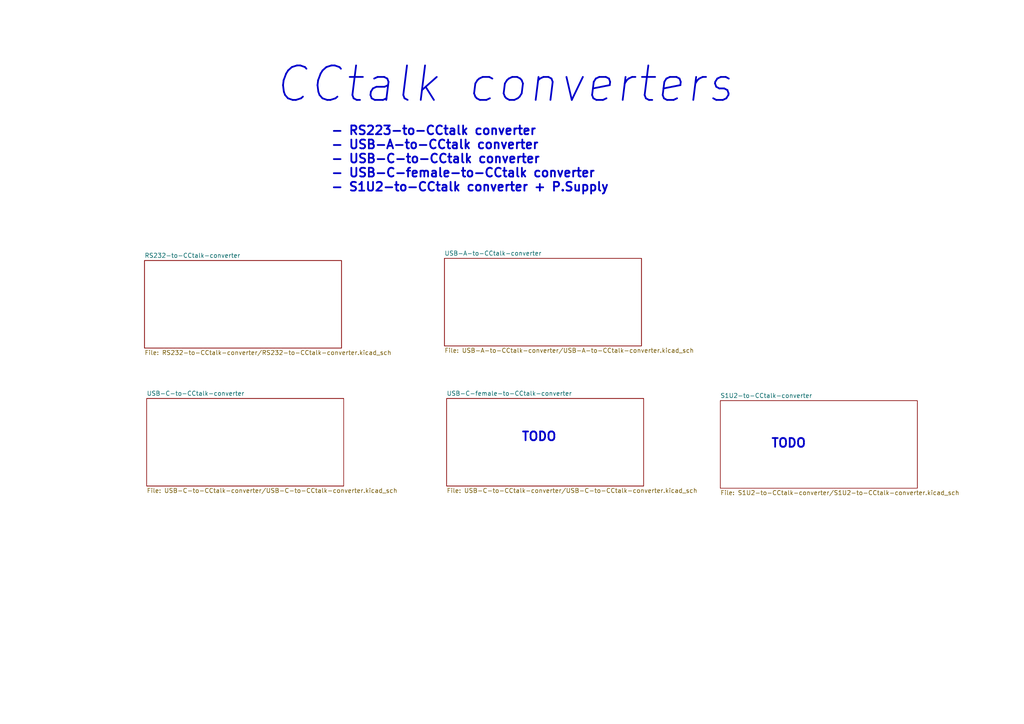
<source format=kicad_sch>
(kicad_sch (version 20211123) (generator eeschema)
  (paper "A4")
  (title_block (title "CCtalk converter") (date "2025-03-24") (rev "v0.1"))
  (lib_symbols)
  (text "TODO" (at 151.13 128.27 0) (effects (font (size 2.54 2.54) (thickness 0.508) bold) (justify left bottom)))
  (text "TODO" (at 223.52 130.175 0) (effects (font (size 2.54 2.54) (thickness 0.508) bold) (justify left bottom)))
  (text "CCtalk converters" (at 79.375 30.48 0) (effects (font (size 10 10) (thickness 0.508) bold italic) (justify left bottom)))
  (text "- RS223-to-CCtalk converter\n- USB-A-to-CCtalk converter\n- USB-C-to-CCtalk converter\n- USB-C-female-to-CCtalk converter\n- S1U2-to-CCtalk converter + P.Supply" (at 95.885 55.88 0) (effects (font (size 2.54 2.54) (thickness 0.508) bold) (justify left bottom)))
  (sheet (at 42.545 115.57) (size 57.15 25.4) (stroke (width 0.1524))
    (property "Sheet name" "USB-C-to-CCtalk-converter" (at 42.545 114.8584 0) (effects (justify left bottom)))
    (property "Sheet file" "USB-C-to-CCtalk-converter/USB-C-to-CCtalk-converter.kicad_sch" (at 42.545 141.5546 0) (effects (justify left top)))
  )
  (sheet (at 129.54 115.57) (size 57.15 25.4) (stroke (width 0.1524))
    (property "Sheet name" "USB-C-female-to-CCtalk-converter" (at 129.54 114.8584 0) (effects (justify left bottom)))
    (property "Sheet file" "USB-C-to-CCtalk-converter/USB-C-to-CCtalk-converter.kicad_sch" (at 129.54 141.5546 0) (effects (justify left top)))
  )
  (sheet (at 41.91 75.565) (size 57.15 25.4) (stroke (width 0.1524))
    (property "Sheet name" "RS232-to-CCtalk-converter" (at 41.91 74.8534 0) (effects (justify left bottom)))
    (property "Sheet file" "RS232-to-CCtalk-converter/RS232-to-CCtalk-converter.kicad_sch" (at 41.91 101.5496 0) (effects (justify left top)))
  )
  (sheet (at 208.915 116.205) (size 57.15 25.4) (stroke (width 0.1524))
    (property "Sheet name" "S1U2-to-CCtalk-converter" (at 208.915 115.4934 0) (effects (justify left bottom)))
    (property "Sheet file" "S1U2-to-CCtalk-converter/S1U2-to-CCtalk-converter.kicad_sch" (at 208.915 142.1896 0) (effects (justify left top)))
  )
  (sheet (at 128.905 74.93) (size 57.15 25.4) (stroke (width 0.1524))
    (property "Sheet name" "USB-A-to-CCtalk-converter" (at 128.905 74.2184 0) (effects (justify left bottom)))
    (property "Sheet file" "USB-A-to-CCtalk-converter/USB-A-to-CCtalk-converter.kicad_sch" (at 128.905 100.9146 0) (effects (justify left top)))
  )
)
</source>
